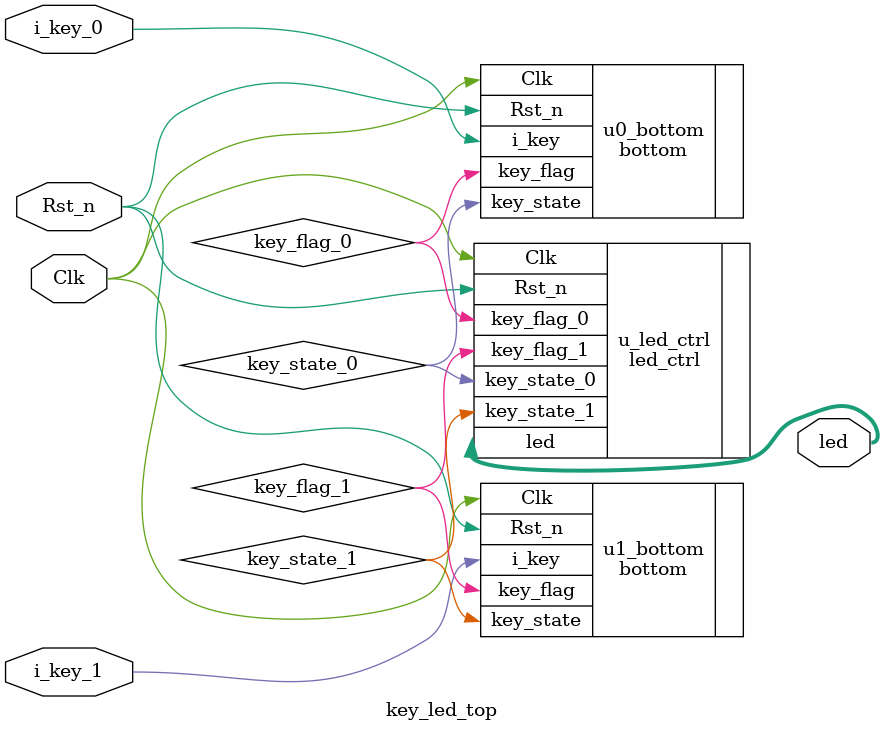
<source format=v>
`timescale 1ns / 1ps


module key_led_top(
    Clk, Rst_n, led, i_key_0, i_key_1
    );

    input Clk;
    input Rst_n;
    input i_key_0;
    input i_key_1;

    output [3 : 0] led;

    wire key_flag_0, key_flag_1;
    wire key_state_0, key_state_1;

    bottom  u0_bottom (
    .Clk                     ( Clk         ),
    .Rst_n                   ( Rst_n       ),
    .i_key                   ( i_key_0       ),

    .key_flag                ( key_flag_0    ),
    .key_state               ( key_state_0   )
    );

    bottom  u1_bottom (
    .Clk                     ( Clk         ),
    .Rst_n                   ( Rst_n       ),
    .i_key                   ( i_key_1       ),

    .key_flag                ( key_flag_1    ),
    .key_state               ( key_state_1   )
    );

    led_ctrl  u_led_ctrl (
    .Clk                     ( Clk                  ),
    .Rst_n                   ( Rst_n                ),
    .key_state_0             ( key_state_0          ),
    .key_state_1             ( key_state_1          ),
    .key_flag_0               ( key_flag_0            ),
    .key_flag_1               ( key_flag_1            ),

    .led                     ( led          [3 : 0] )
);

endmodule

</source>
